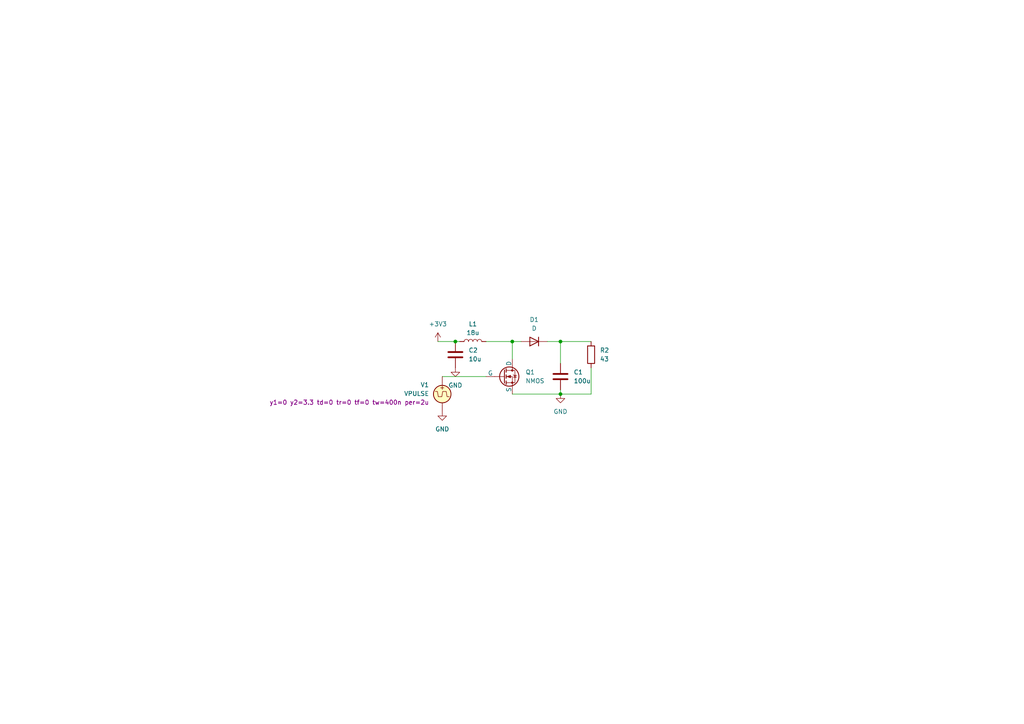
<source format=kicad_sch>
(kicad_sch (version 20230121) (generator eeschema)
  (paper "A4")
  (lib_symbols
    (symbol "Device:C" (pin_numbers hide) (pin_names (offset 0.254))
      (property "Reference" "C" (at 0.635 2.54 0))
      (property "Value" "C" (at 0.635 -2.54 0))
      (symbol "C_0_1"
        (polyline (pts (xy -2.032 -0.762) (xy 2.032 -0.762)) (stroke (width 0.508)))
        (polyline (pts (xy -2.032 0.762) (xy 2.032 0.762)) (stroke (width 0.508)))
      )
      (symbol "C_1_1"
        (pin passive line (at 0 3.81 270) (length 2.794) (name "~") (number "1"))
        (pin passive line (at 0 -3.81 90) (length 2.794) (name "~") (number "2"))
      )
    )
    (symbol "Device:D" (pin_numbers hide) (pin_names (offset 1.016) hide)
      (property "Reference" "D" (at 0 2.54 0))
      (property "Value" "D" (at 0 -2.54 0))
      (symbol "D_0_1"
        (polyline (pts (xy -1.27 1.27) (xy -1.27 -1.27)) (stroke (width 0.254)))
        (polyline (pts (xy 1.27 0) (xy -1.27 0)))
        (polyline (pts (xy 1.27 1.27) (xy 1.27 -1.27) (xy -1.27 0) (xy 1.27 1.27)) (stroke (width 0.254)))
      )
      (symbol "D_1_1"
        (pin passive line (at -3.81 0 0) (length 2.54) (name "K") (number "1"))
        (pin passive line (at 3.81 0 180) (length 2.54) (name "A") (number "2"))
      )
    )
    (symbol "Device:L" (pin_numbers hide) (pin_names (offset 1.016) hide)
      (property "Reference" "L" (at -1.27 0 90))
      (property "Value" "L" (at 1.905 0 90))
      (symbol "L_0_1"
        (arc (start 0 -2.54) (mid 0.6323 -1.905) (end 0 -1.27))
        (arc (start 0 -1.27) (mid 0.6323 -0.635) (end 0 0))
        (arc (start 0 0) (mid 0.6323 0.635) (end 0 1.27))
        (arc (start 0 1.27) (mid 0.6323 1.905) (end 0 2.54))
      )
      (symbol "L_1_1"
        (pin passive line (at 0 3.81 270) (length 1.27) (name "1") (number "1"))
        (pin passive line (at 0 -3.81 90) (length 1.27) (name "2") (number "2"))
      )
    )
    (symbol "Device:R" (pin_numbers hide) (pin_names (offset 0))
      (property "Reference" "R" (at 2.032 0 90))
      (property "Value" "R" (at 0 0 90))
      (symbol "R_0_1"
        (rectangle (start -1.016 -2.54) (end 1.016 2.54) (stroke (width 0.254)))
      )
      (symbol "R_1_1"
        (pin passive line (at 0 3.81 270) (length 1.27) (name "~") (number "1"))
        (pin passive line (at 0 -3.81 90) (length 1.27) (name "~") (number "2"))
      )
    )
    (symbol "Simulation_SPICE:NMOS" (pin_numbers hide) (pin_names (offset 0))
      (property "Reference" "Q" (at 5.08 1.27 0))
      (property "Value" "NMOS" (at 5.08 -1.27 0))
      (symbol "NMOS_0_1"
        (polyline (pts (xy 0.254 0) (xy -2.54 0)))
        (polyline (pts (xy 0.254 1.905) (xy 0.254 -1.905)) (stroke (width 0.254)))
        (polyline (pts (xy 0.762 -1.27) (xy 0.762 -2.286)) (stroke (width 0.254)))
        (polyline (pts (xy 0.762 0.508) (xy 0.762 -0.508)) (stroke (width 0.254)))
        (polyline (pts (xy 0.762 2.286) (xy 0.762 1.27)) (stroke (width 0.254)))
        (polyline (pts (xy 2.54 2.54) (xy 2.54 1.778)))
        (polyline (pts (xy 2.54 -2.54) (xy 2.54 0) (xy 0.762 0)))
        (polyline (pts (xy 0.762 -1.778) (xy 3.302 -1.778) (xy 3.302 1.778) (xy 0.762 1.778)))
        (polyline (pts (xy 1.016 0) (xy 2.032 0.381) (xy 2.032 -0.381) (xy 1.016 0)) (fill (type outline)))
        (polyline (pts (xy 2.794 0.508) (xy 2.921 0.381) (xy 3.683 0.381) (xy 3.81 0.254)))
        (polyline (pts (xy 3.302 0.381) (xy 2.921 -0.254) (xy 3.683 -0.254) (xy 3.302 0.381)))
        (circle (center 1.651 0) (radius 2.794) (stroke (width 0.254)))
        (circle (center 2.54 -1.778) (radius 0.254) (fill (type outline)))
        (circle (center 2.54 1.778) (radius 0.254) (fill (type outline)))
      )
      (symbol "NMOS_1_1"
        (pin passive line (at 2.54 5.08 270) (length 2.54) (name "D") (number "1"))
        (pin input line (at -5.08 0 0) (length 2.54) (name "G") (number "2"))
        (pin passive line (at 2.54 -5.08 90) (length 2.54) (name "S") (number "3"))
      )
    )
    (symbol "Simulation_SPICE:VPULSE" (pin_numbers hide) (pin_names (offset 0.0254))
      (property "Reference" "V" (at 2.54 2.54 0))
      (property "Value" "VPULSE" (at 2.54 0 0))
      (property "Sim.Params" "y1=0 y2=1 td=2n tr=2n tf=2n tw=50n per=100n" (at 2.54 -2.54 0))
      (symbol "VPULSE_0_0"
        (polyline (pts (xy -2.032 -0.762) (xy -1.397 -0.762) (xy -1.143 0.762) (xy -0.127 0.762) (xy 0.127 -0.762) (xy 1.143 -0.762) (xy 1.397 0.762) (xy 2.032 0.762)))
        (text "+" (at 0 1.905 0) (effects (font (size 1.27 1.27))))
      )
      (symbol "VPULSE_0_1"
        (circle (center 0 0) (radius 2.54) (stroke (width 0.254)) (fill (type background)))
      )
      (symbol "VPULSE_1_1"
        (pin passive line (at 0 5.08 270) (length 2.54) (name "~") (number "1"))
        (pin passive line (at 0 -5.08 90) (length 2.54) (name "~") (number "2"))
      )
    )
    (symbol "power:+3V3" (power) (pin_names (offset 0))
      (property "Value" "+3V3" (at 0 3.556 0))
      (symbol "+3V3_0_1"
        (polyline (pts (xy -0.762 1.27) (xy 0 2.54)))
        (polyline (pts (xy 0 0) (xy 0 2.54)))
        (polyline (pts (xy 0 2.54) (xy 0.762 1.27)))
      )
      (symbol "+3V3_1_1"
        (pin power_in line (at 0 0 90) (length 0) hide (name "+3V3") (number "1"))
      )
    )
    (symbol "power:GND" (power) (pin_names (offset 0))
      (property "Value" "GND" (at 0 -3.81 0))
      (symbol "GND_0_1"
        (polyline (pts (xy 0 0) (xy 0 -1.27) (xy 1.27 -1.27) (xy 0 -2.54) (xy -1.27 -1.27) (xy 0 -1.27)))
      )
      (symbol "GND_1_1"
        (pin power_in line (at 0 0 270) (length 0) hide (name "GND") (number "1"))
      )
    )
  )
  (junction (at 162.56 99.06))
  (junction (at 162.56 114.3))
  (junction (at 148.59 99.06))
  (junction (at 132.08 99.06))
  (wire (pts (xy 140.97 99.06) (xy 148.59 99.06)))
  (wire (pts (xy 171.45 99.06) (xy 162.56 99.06)))
  (wire (pts (xy 132.08 99.06) (xy 133.35 99.06)))
  (wire (pts (xy 148.59 114.3) (xy 162.56 114.3)))
  (wire (pts (xy 162.56 114.3) (xy 162.56 113.03)))
  (wire (pts (xy 128.27 109.22) (xy 140.97 109.22)))
  (wire (pts (xy 127 99.06) (xy 132.08 99.06)))
  (wire (pts (xy 162.56 99.06) (xy 162.56 105.41)))
  (wire (pts (xy 148.59 99.06) (xy 151.13 99.06)))
  (wire (pts (xy 171.45 114.3) (xy 171.45 106.68)))
  (wire (pts (xy 148.59 99.06) (xy 148.59 104.14)))
  (wire (pts (xy 162.56 114.3) (xy 171.45 114.3)))
  (wire (pts (xy 158.75 99.06) (xy 162.56 99.06)))
  (symbol (lib_id "Device:L") (at 137.16 99.06 90) (unit 1)
    (property "Reference" "L1" (at 137.16 93.98 90))
    (property "Value" "18u" (at 137.16 96.52 90))
    (property "Sim.Device" "L" (effects hide))
    (property "Sim.Pins" "1=+ 2=-" (effects hide))
  )
  (symbol (lib_id "Device:C") (at 162.56 109.22 0) (unit 1)
    (property "Reference" "C1" (at 166.37 107.95 0) (effects (justify left)))
    (property "Value" "100u" (at 166.37 110.49 0) (effects (justify left)))
    (property "Footprint" "Capacitor_THT:C_Rect_L7.0mm_W3.5mm_P5.00mm" (effects hide))
    (property "Sim.Device" "C" (effects hide))
    (property "Sim.Pins" "1=+ 2=-" (effects hide))
  )
  (symbol (lib_id "Device:R") (at 171.45 102.87 0) (unit 1)
    (property "Reference" "R2" (at 173.99 101.6 0) (effects (justify left)))
    (property "Value" "43" (at 173.99 104.14 0) (effects (justify left)))
  )
  (symbol (lib_id "power:+3V3") (at 127 99.06 0) (unit 1)
    (property "Reference" "#PWR07" (effects hide))
    (property "Value" "+3V3" (at 127 93.98 0))
  )
  (symbol (lib_id "Device:C") (at 132.08 102.87 0) (unit 1)
    (property "Reference" "C2" (at 135.89 101.6 0) (effects (justify left)))
    (property "Value" "10u" (at 135.89 104.14 0) (effects (justify left)))
    (property "Footprint" "Capacitor_THT:C_Rect_L7.0mm_W3.5mm_P5.00mm" (effects hide))
    (property "Sim.Device" "C" (effects hide))
    (property "Sim.Pins" "1=+ 2=-" (effects hide))
  )
  (symbol (lib_id "power:GND") (at 162.56 114.3 0) (unit 1)
    (property "Reference" "#PWR02" (effects hide))
    (property "Value" "GND" (at 162.56 119.38 0))
  )
  (symbol (lib_id "power:GND") (at 132.08 106.68 0) (unit 1)
    (property "Reference" "#PWR01" (effects hide))
    (property "Value" "GND" (at 132.08 111.76 0))
  )
  (symbol (lib_id "power:GND") (at 128.27 119.38 0) (unit 1)
    (property "Reference" "#PWR04" (effects hide))
    (property "Value" "GND" (at 128.27 124.46 0))
  )
  (symbol (lib_id "Simulation_SPICE:VPULSE") (at 128.27 114.3 0) (mirror y) (unit 1)
    (property "Reference" "V1" (at 124.46 111.6302 0) (effects (justify left)))
    (property "Value" "VPULSE" (at 124.46 114.1702 0) (effects (justify left)))
    (property "Sim.Pins" "1=+ 2=-" (effects hide))
    (property "Sim.Type" "PULSE" (effects hide))
    (property "Sim.Device" "V" (effects hide))
    (property "Sim.Params" "y1=0 y2=3.3 td=0 tr=0 tf=0 tw=400n per=2u" (at 124.46 116.7102 0) (effects (justify left)))
  )
  (symbol (lib_id "Simulation_SPICE:NMOS") (at 146.05 109.22 0) (unit 1)
    (property "Reference" "Q1" (at 152.4 107.95 0) (effects (justify left)))
    (property "Value" "NMOS" (at 152.4 110.49 0) (effects (justify left)))
    (property "Datasheet" "https://ngspice.sourceforge.io/docs/ngspice-manual.pdf" (effects hide))
    (property "Sim.Device" "NMOS" (effects hide))
    (property "Sim.Type" "VDMOS" (effects hide))
    (property "Sim.Pins" "1=D 2=G 3=S" (effects hide))
  )
  (symbol (lib_id "Device:D") (at 154.94 99.06 180) (unit 1)
    (property "Reference" "D1" (at 154.94 92.71 0))
    (property "Value" "D" (at 154.94 95.25 0))
    (property "Sim.Device" "D" (effects hide))
    (property "Sim.Pins" "1=K 2=A" (effects hide))
  )
)
</source>
